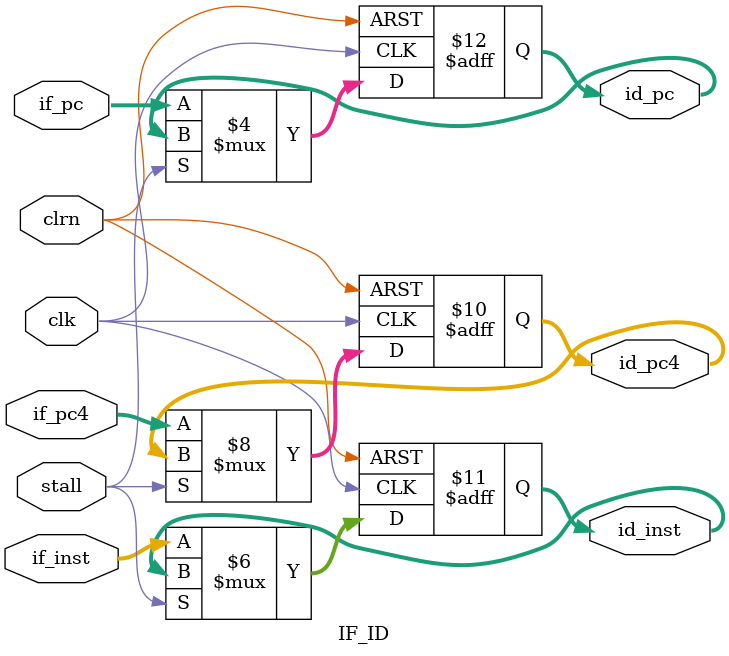
<source format=v>
`timescale 1ns / 1ps
module IF_ID (
    /*intr*/
    if_pc,
    /*intr*/
    if_pc4,
    if_inst,
    stall,
    clk,
    clrn,
    id_pc4,
    /*intr*/
    id_inst,
    id_pc
    /*intr*/
);
  input [31:0] if_pc4, if_inst;
  input clk, clrn;
  input stall;

  output [31:0] id_pc4, id_inst;

  /*intr*/
  input [31:0] if_pc;
  output [31:0] id_pc;
  reg [31:0] id_pc;
  /*intr*/
  
  reg [31:0] id_pc4, id_inst;

  always @(posedge clk or negedge clrn)  //add stall
    if (clrn == 0) begin
      id_pc4  <= 0;
      id_inst <= 0;
      id_pc <= 0;
    end else if (stall == 0) begin
      id_pc4  <= if_pc4;
      id_inst <= if_inst;
      id_pc <= if_pc;
    end
endmodule

</source>
